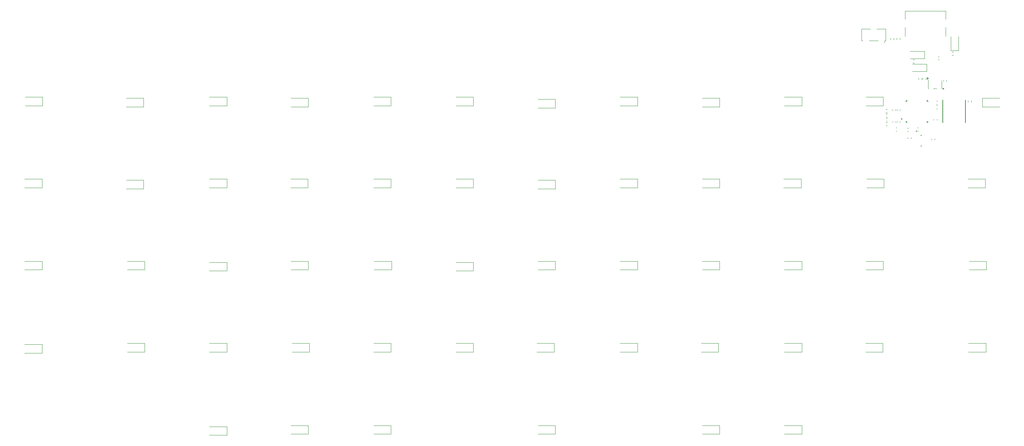
<source format=gbr>
%TF.GenerationSoftware,KiCad,Pcbnew,9.0.6*%
%TF.CreationDate,2026-01-14T23:26:21-05:00*%
%TF.ProjectId,60_keyboard,36305f6b-6579-4626-9f61-72642e6b6963,rev?*%
%TF.SameCoordinates,Original*%
%TF.FileFunction,Legend,Bot*%
%TF.FilePolarity,Positive*%
%FSLAX46Y46*%
G04 Gerber Fmt 4.6, Leading zero omitted, Abs format (unit mm)*
G04 Created by KiCad (PCBNEW 9.0.6) date 2026-01-14 23:26:21*
%MOMM*%
%LPD*%
G01*
G04 APERTURE LIST*
%ADD10C,0.120000*%
%ADD11C,0.127000*%
%ADD12C,0.200000*%
G04 APERTURE END LIST*
D10*
%TO.C,C8*%
X234134165Y-36360000D02*
X234365835Y-36360000D01*
X234134165Y-35640000D02*
X234365835Y-35640000D01*
%TO.C,C6*%
X238534165Y-29445000D02*
X238765835Y-29445000D01*
X238534165Y-30165000D02*
X238765835Y-30165000D01*
%TO.C,D85*%
X150110000Y-85500000D02*
X146100000Y-85500000D01*
X150110000Y-85500000D02*
X150110000Y-87500000D01*
X150110000Y-87500000D02*
X146100000Y-87500000D01*
%TO.C,D83*%
X150360000Y-47750000D02*
X146350000Y-47750000D01*
X150360000Y-47750000D02*
X150360000Y-49750000D01*
X150360000Y-49750000D02*
X146350000Y-49750000D01*
%TO.C,D61*%
X55360000Y-66500000D02*
X51350000Y-66500000D01*
X55360000Y-66500000D02*
X55360000Y-68500000D01*
X55360000Y-68500000D02*
X51350000Y-68500000D01*
%TO.C,D71*%
X93460000Y-85500000D02*
X89450000Y-85500000D01*
X93460000Y-85500000D02*
X93460000Y-87500000D01*
X93460000Y-87500000D02*
X89450000Y-87500000D01*
%TO.C,D95*%
X188360000Y-104500000D02*
X184350000Y-104500000D01*
X188360000Y-104500000D02*
X188360000Y-106500000D01*
X188360000Y-106500000D02*
X184350000Y-106500000D01*
%TO.C,D72*%
X93210000Y-104500000D02*
X89200000Y-104500000D01*
X93210000Y-104500000D02*
X93210000Y-106500000D01*
X93210000Y-106500000D02*
X89200000Y-106500000D01*
%TO.C,D55*%
X31710000Y-28500000D02*
X27700000Y-28500000D01*
X31710000Y-28500000D02*
X31710000Y-30500000D01*
X31710000Y-30500000D02*
X27700000Y-30500000D01*
%TO.C,C9*%
X229390000Y-34134165D02*
X229390000Y-34365835D01*
X230110000Y-34134165D02*
X230110000Y-34365835D01*
%TO.C,D87*%
X169360000Y-28500000D02*
X165350000Y-28500000D01*
X169360000Y-28500000D02*
X169360000Y-30500000D01*
X169360000Y-30500000D02*
X165350000Y-30500000D01*
%TO.C,D67*%
X74360000Y-104750000D02*
X70350000Y-104750000D01*
X74360000Y-104750000D02*
X74360000Y-106750000D01*
X74360000Y-106750000D02*
X70350000Y-106750000D01*
%TO.C,D80*%
X131360000Y-66750000D02*
X127350000Y-66750000D01*
X131360000Y-66750000D02*
X131360000Y-68750000D01*
X131360000Y-68750000D02*
X127350000Y-68750000D01*
%TO.C,C12*%
X227115835Y-32390000D02*
X226884165Y-32390000D01*
X227115835Y-33110000D02*
X226884165Y-33110000D01*
%TO.C,R6*%
X229370000Y-15167621D02*
X229370000Y-14832379D01*
X230130000Y-15167621D02*
X230130000Y-14832379D01*
%TO.C,D70*%
X93210000Y-66500000D02*
X89200000Y-66500000D01*
X93210000Y-66500000D02*
X93210000Y-68500000D01*
X93210000Y-68500000D02*
X89200000Y-68500000D01*
%TO.C,C15*%
X237390000Y-38365835D02*
X237390000Y-38134165D01*
X238110000Y-38365835D02*
X238110000Y-38134165D01*
%TO.C,D73*%
X112360000Y-28500000D02*
X108350000Y-28500000D01*
X112360000Y-28500000D02*
X112360000Y-30500000D01*
X112360000Y-30500000D02*
X108350000Y-30500000D01*
%TO.C,D77*%
X112360000Y-104500000D02*
X108350000Y-104500000D01*
X112360000Y-104500000D02*
X112360000Y-106500000D01*
X112360000Y-106500000D02*
X108350000Y-106500000D01*
%TO.C,D102*%
X226360000Y-47500000D02*
X222350000Y-47500000D01*
X226360000Y-47500000D02*
X226360000Y-49500000D01*
X226360000Y-49500000D02*
X222350000Y-49500000D01*
%TO.C,D104*%
X226110000Y-85500000D02*
X222100000Y-85500000D01*
X226110000Y-85500000D02*
X226110000Y-87500000D01*
X226110000Y-87500000D02*
X222100000Y-87500000D01*
%TO.C,J1*%
X231300000Y-8600000D02*
X240700000Y-8600000D01*
X231300000Y-10500000D02*
X231300000Y-8600000D01*
X231300000Y-14400000D02*
X231300000Y-12400000D01*
X240700000Y-10500000D02*
X240700000Y-8600000D01*
X240700000Y-14400000D02*
X240700000Y-12400000D01*
%TO.C,R7*%
X234370000Y-24082379D02*
X234370000Y-24417621D01*
X235130000Y-24082379D02*
X235130000Y-24417621D01*
%TO.C,C10*%
X227115835Y-34390000D02*
X226884165Y-34390000D01*
X227115835Y-35110000D02*
X226884165Y-35110000D01*
%TO.C,C4*%
X237890000Y-33634165D02*
X237890000Y-33865835D01*
X238610000Y-33634165D02*
X238610000Y-33865835D01*
%TO.C,D1*%
X241900000Y-17760000D02*
X241900000Y-14500000D01*
X243600000Y-17760000D02*
X241900000Y-17760000D01*
X243600000Y-17760000D02*
X243600000Y-14500000D01*
%TO.C,D76*%
X112360000Y-85500000D02*
X108350000Y-85500000D01*
X112360000Y-85500000D02*
X112360000Y-87500000D01*
X112360000Y-87500000D02*
X108350000Y-87500000D01*
%TO.C,D78*%
X131360000Y-28500000D02*
X127350000Y-28500000D01*
X131360000Y-28500000D02*
X131360000Y-30500000D01*
X131360000Y-30500000D02*
X127350000Y-30500000D01*
%TO.C,C14*%
X231890000Y-37884165D02*
X231890000Y-38115835D01*
X232610000Y-37884165D02*
X232610000Y-38115835D01*
%TO.C,D101*%
X226210000Y-28500000D02*
X222200000Y-28500000D01*
X226210000Y-28500000D02*
X226210000Y-30500000D01*
X226210000Y-30500000D02*
X222200000Y-30500000D01*
%TO.C,D56*%
X31610000Y-47500000D02*
X27600000Y-47500000D01*
X31610000Y-47500000D02*
X31610000Y-49500000D01*
X31610000Y-49500000D02*
X27600000Y-49500000D01*
%TO.C,C3*%
X229390000Y-31615835D02*
X229390000Y-31384165D01*
X230110000Y-31615835D02*
X230110000Y-31384165D01*
%TO.C,D92*%
X188360000Y-47500000D02*
X184350000Y-47500000D01*
X188360000Y-47500000D02*
X188360000Y-49500000D01*
X188360000Y-49500000D02*
X184350000Y-49500000D01*
%TO.C,D89*%
X169360000Y-66500000D02*
X165350000Y-66500000D01*
X169360000Y-66500000D02*
X169360000Y-68500000D01*
X169360000Y-68500000D02*
X165350000Y-68500000D01*
%TO.C,D68*%
X93210000Y-28750000D02*
X89200000Y-28750000D01*
X93210000Y-28750000D02*
X93210000Y-30750000D01*
X93210000Y-30750000D02*
X89200000Y-30750000D01*
%TO.C,C1*%
X238884165Y-19140000D02*
X239115835Y-19140000D01*
X238884165Y-19860000D02*
X239115835Y-19860000D01*
%TO.C,D79*%
X131360000Y-47500000D02*
X127350000Y-47500000D01*
X131360000Y-47500000D02*
X131360000Y-49500000D01*
X131360000Y-49500000D02*
X127350000Y-49500000D01*
%TO.C,D4*%
X235760000Y-17900000D02*
X232500000Y-17900000D01*
X235760000Y-17900000D02*
X235760000Y-19600000D01*
X235760000Y-19600000D02*
X232500000Y-19600000D01*
%TO.C,SW1*%
X221190000Y-12750000D02*
X221190000Y-15450000D01*
X221190000Y-15460000D02*
X221450000Y-15460000D01*
X223200000Y-12740000D02*
X221190000Y-12740000D01*
X224980000Y-15460000D02*
X223020000Y-15460000D01*
X226550000Y-15460000D02*
X226550000Y-16000000D01*
X226550000Y-15460000D02*
X226800000Y-15460000D01*
X226810000Y-12740000D02*
X224800000Y-12740000D01*
X226810000Y-15460000D02*
X226810000Y-12740000D01*
D11*
%TO.C,Y1*%
X234920000Y-37350000D02*
X235080000Y-37350000D01*
X234920000Y-39850000D02*
X235080000Y-39850000D01*
D12*
X234000000Y-36400000D02*
G75*
G02*
X233800000Y-36400000I-100000J0D01*
G01*
X233800000Y-36400000D02*
G75*
G02*
X234000000Y-36400000I100000J0D01*
G01*
D10*
%TO.C,R8*%
X235370000Y-24417621D02*
X235370000Y-24082379D01*
X236130000Y-24417621D02*
X236130000Y-24082379D01*
%TO.C,D64*%
X74360000Y-47500000D02*
X70350000Y-47500000D01*
X74360000Y-47500000D02*
X74360000Y-49500000D01*
X74360000Y-49500000D02*
X70350000Y-49500000D01*
D11*
%TO.C,U3*%
X240035000Y-29165000D02*
X240035000Y-34445000D01*
X245265000Y-29165000D02*
X245265000Y-34445000D01*
D12*
X240235000Y-26590000D02*
G75*
G02*
X240035000Y-26590000I-100000J0D01*
G01*
X240035000Y-26590000D02*
G75*
G02*
X240235000Y-26590000I100000J0D01*
G01*
D10*
%TO.C,D63*%
X74360000Y-28500000D02*
X70350000Y-28500000D01*
X74360000Y-28500000D02*
X74360000Y-30500000D01*
X74360000Y-30500000D02*
X70350000Y-30500000D01*
%TO.C,D90*%
X169360000Y-85500000D02*
X165350000Y-85500000D01*
X169360000Y-85500000D02*
X169360000Y-87500000D01*
X169360000Y-87500000D02*
X165350000Y-87500000D01*
%TO.C,D84*%
X150360000Y-66500000D02*
X146350000Y-66500000D01*
X150360000Y-66500000D02*
X150360000Y-68500000D01*
X150360000Y-68500000D02*
X146350000Y-68500000D01*
%TO.C,D60*%
X55110000Y-47750000D02*
X51100000Y-47750000D01*
X55110000Y-47750000D02*
X55110000Y-49750000D01*
X55110000Y-49750000D02*
X51100000Y-49750000D01*
%TO.C,D103*%
X226210000Y-66500000D02*
X222200000Y-66500000D01*
X226210000Y-66500000D02*
X226210000Y-68500000D01*
X226210000Y-68500000D02*
X222200000Y-68500000D01*
%TO.C,D74*%
X112360000Y-47500000D02*
X108350000Y-47500000D01*
X112360000Y-47500000D02*
X112360000Y-49500000D01*
X112360000Y-49500000D02*
X108350000Y-49500000D01*
%TO.C,D58*%
X31610000Y-85750000D02*
X27600000Y-85750000D01*
X31610000Y-85750000D02*
X31610000Y-87750000D01*
X31610000Y-87750000D02*
X27600000Y-87750000D01*
%TO.C,D105*%
X249140000Y-30750000D02*
X253150000Y-30750000D01*
X249140000Y-30750000D02*
X249140000Y-28750000D01*
X249140000Y-28750000D02*
X253150000Y-28750000D01*
%TO.C,L1*%
X228390000Y-34149800D02*
X228390000Y-34350200D01*
X229110000Y-34149800D02*
X229110000Y-34350200D01*
%TO.C,D5*%
X236260000Y-20900000D02*
X233000000Y-20900000D01*
X236260000Y-20900000D02*
X236260000Y-22600000D01*
X236260000Y-22600000D02*
X233000000Y-22600000D01*
%TO.C,D107*%
X250110000Y-66500000D02*
X246100000Y-66500000D01*
X250110000Y-66500000D02*
X250110000Y-68500000D01*
X250110000Y-68500000D02*
X246100000Y-68500000D01*
%TO.C,U2*%
X236640000Y-24702500D02*
X236640000Y-26522500D01*
X236640000Y-26522500D02*
X236690000Y-26522500D01*
X236690000Y-24702500D02*
X236640000Y-24702500D01*
X237810000Y-26522500D02*
X238590000Y-26522500D01*
X239710000Y-26522500D02*
X239760000Y-26522500D01*
X239760000Y-24702500D02*
X239710000Y-24702500D01*
X239760000Y-26522500D02*
X239760000Y-24702500D01*
X236690000Y-24162500D02*
X236360000Y-24402500D01*
X236360000Y-23922500D01*
X236690000Y-24162500D01*
G36*
X236690000Y-24162500D02*
G01*
X236360000Y-24402500D01*
X236360000Y-23922500D01*
X236690000Y-24162500D01*
G37*
D11*
%TO.C,U1*%
X231500000Y-29305000D02*
X231750000Y-29305000D01*
X231500000Y-29555000D02*
X231500000Y-29305000D01*
X231500000Y-34305000D02*
X231500000Y-34055000D01*
X231500000Y-34305000D02*
X231750000Y-34305000D01*
X236250000Y-29305000D02*
X236500000Y-29305000D01*
X236250000Y-34305000D02*
X236500000Y-34305000D01*
X236500000Y-29305000D02*
X236500000Y-29555000D01*
X236500000Y-34305000D02*
X236500000Y-34055000D01*
D12*
X230600000Y-33605000D02*
G75*
G02*
X230400000Y-33605000I-100000J0D01*
G01*
X230400000Y-33605000D02*
G75*
G02*
X230600000Y-33605000I100000J0D01*
G01*
D10*
%TO.C,D93*%
X188360000Y-66500000D02*
X184350000Y-66500000D01*
X188360000Y-66500000D02*
X188360000Y-68500000D01*
X188360000Y-68500000D02*
X184350000Y-68500000D01*
%TO.C,C11*%
X227115835Y-33390000D02*
X226884165Y-33390000D01*
X227115835Y-34110000D02*
X226884165Y-34110000D01*
%TO.C,D65*%
X74360000Y-66750000D02*
X70350000Y-66750000D01*
X74360000Y-66750000D02*
X74360000Y-68750000D01*
X74360000Y-68750000D02*
X70350000Y-68750000D01*
%TO.C,D86*%
X150360000Y-104500000D02*
X146350000Y-104500000D01*
X150360000Y-104500000D02*
X150360000Y-106500000D01*
X150360000Y-106500000D02*
X146350000Y-106500000D01*
%TO.C,R2*%
X233417621Y-19870000D02*
X233082379Y-19870000D01*
X233417621Y-20630000D02*
X233082379Y-20630000D01*
%TO.C,D99*%
X207360000Y-85500000D02*
X203350000Y-85500000D01*
X207360000Y-85500000D02*
X207360000Y-87500000D01*
X207360000Y-87500000D02*
X203350000Y-87500000D01*
%TO.C,D98*%
X207360000Y-66500000D02*
X203350000Y-66500000D01*
X207360000Y-66500000D02*
X207360000Y-68500000D01*
X207360000Y-68500000D02*
X203350000Y-68500000D01*
%TO.C,D62*%
X55360000Y-85500000D02*
X51350000Y-85500000D01*
X55360000Y-85500000D02*
X55360000Y-87500000D01*
X55360000Y-87500000D02*
X51350000Y-87500000D01*
%TO.C,R1*%
X242082379Y-18880000D02*
X242417621Y-18880000D01*
X242082379Y-18120000D02*
X242417621Y-18120000D01*
%TO.C,L2*%
X232000200Y-35695000D02*
X231799800Y-35695000D01*
X232000200Y-36415000D02*
X231799800Y-36415000D01*
%TO.C,R5*%
X227870000Y-15167621D02*
X227870000Y-14832379D01*
X228630000Y-15167621D02*
X228630000Y-14832379D01*
%TO.C,D91*%
X188360000Y-28750000D02*
X184350000Y-28750000D01*
X188360000Y-28750000D02*
X188360000Y-30750000D01*
X188360000Y-30750000D02*
X184350000Y-30750000D01*
%TO.C,D94*%
X188110000Y-85500000D02*
X184100000Y-85500000D01*
X188110000Y-85500000D02*
X188110000Y-87500000D01*
X188110000Y-87500000D02*
X184100000Y-87500000D01*
%TO.C,D81*%
X131360000Y-85500000D02*
X127350000Y-85500000D01*
X131360000Y-85500000D02*
X131360000Y-87500000D01*
X131360000Y-87500000D02*
X127350000Y-87500000D01*
%TO.C,D75*%
X112460000Y-66500000D02*
X108450000Y-66500000D01*
X112460000Y-66500000D02*
X112460000Y-68500000D01*
X112460000Y-68500000D02*
X108450000Y-68500000D01*
%TO.C,D57*%
X31610000Y-66500000D02*
X27600000Y-66500000D01*
X31610000Y-66500000D02*
X31610000Y-68500000D01*
X31610000Y-68500000D02*
X27600000Y-68500000D01*
%TO.C,D82*%
X150360000Y-29000000D02*
X146350000Y-29000000D01*
X150360000Y-29000000D02*
X150360000Y-31000000D01*
X150360000Y-31000000D02*
X146350000Y-31000000D01*
%TO.C,D69*%
X93110000Y-47500000D02*
X89100000Y-47500000D01*
X93110000Y-47500000D02*
X93110000Y-49500000D01*
X93110000Y-49500000D02*
X89100000Y-49500000D01*
%TO.C,D59*%
X55110000Y-28750000D02*
X51100000Y-28750000D01*
X55110000Y-28750000D02*
X55110000Y-30750000D01*
X55110000Y-30750000D02*
X51100000Y-30750000D01*
%TO.C,D100*%
X207360000Y-104500000D02*
X203350000Y-104500000D01*
X207360000Y-104500000D02*
X207360000Y-106500000D01*
X207360000Y-106500000D02*
X203350000Y-106500000D01*
%TO.C,D108*%
X249960000Y-85500000D02*
X245950000Y-85500000D01*
X249960000Y-85500000D02*
X249960000Y-87500000D01*
X249960000Y-87500000D02*
X245950000Y-87500000D01*
%TO.C,D66*%
X74360000Y-85500000D02*
X70350000Y-85500000D01*
X74360000Y-85500000D02*
X74360000Y-87500000D01*
X74360000Y-87500000D02*
X70350000Y-87500000D01*
%TO.C,R4*%
X246630000Y-29667621D02*
X246630000Y-29332379D01*
X245870000Y-29667621D02*
X245870000Y-29332379D01*
%TO.C,R3*%
X226832379Y-31370000D02*
X227167621Y-31370000D01*
X226832379Y-32130000D02*
X227167621Y-32130000D01*
%TO.C,C13*%
X228390000Y-31615835D02*
X228390000Y-31384165D01*
X229110000Y-31615835D02*
X229110000Y-31384165D01*
%TO.C,D96*%
X207360000Y-28500000D02*
X203350000Y-28500000D01*
X207360000Y-28500000D02*
X207360000Y-30500000D01*
X207360000Y-30500000D02*
X203350000Y-30500000D01*
%TO.C,C2*%
X240140000Y-24865835D02*
X240140000Y-24634165D01*
X240860000Y-24865835D02*
X240860000Y-24634165D01*
%TO.C,D97*%
X207210000Y-47500000D02*
X203200000Y-47500000D01*
X207210000Y-47500000D02*
X207210000Y-49500000D01*
X207210000Y-49500000D02*
X203200000Y-49500000D01*
%TO.C,D106*%
X249860000Y-47500000D02*
X245850000Y-47500000D01*
X249860000Y-47500000D02*
X249860000Y-49500000D01*
X249860000Y-49500000D02*
X245850000Y-49500000D01*
%TO.C,C5*%
X238534165Y-30445000D02*
X238765835Y-30445000D01*
X238534165Y-31165000D02*
X238765835Y-31165000D01*
%TO.C,D88*%
X169360000Y-47500000D02*
X165350000Y-47500000D01*
X169360000Y-47500000D02*
X169360000Y-49500000D01*
X169360000Y-49500000D02*
X165350000Y-49500000D01*
%TO.C,C7*%
X229365835Y-35640000D02*
X229134165Y-35640000D01*
X229365835Y-36360000D02*
X229134165Y-36360000D01*
%TD*%
M02*

</source>
